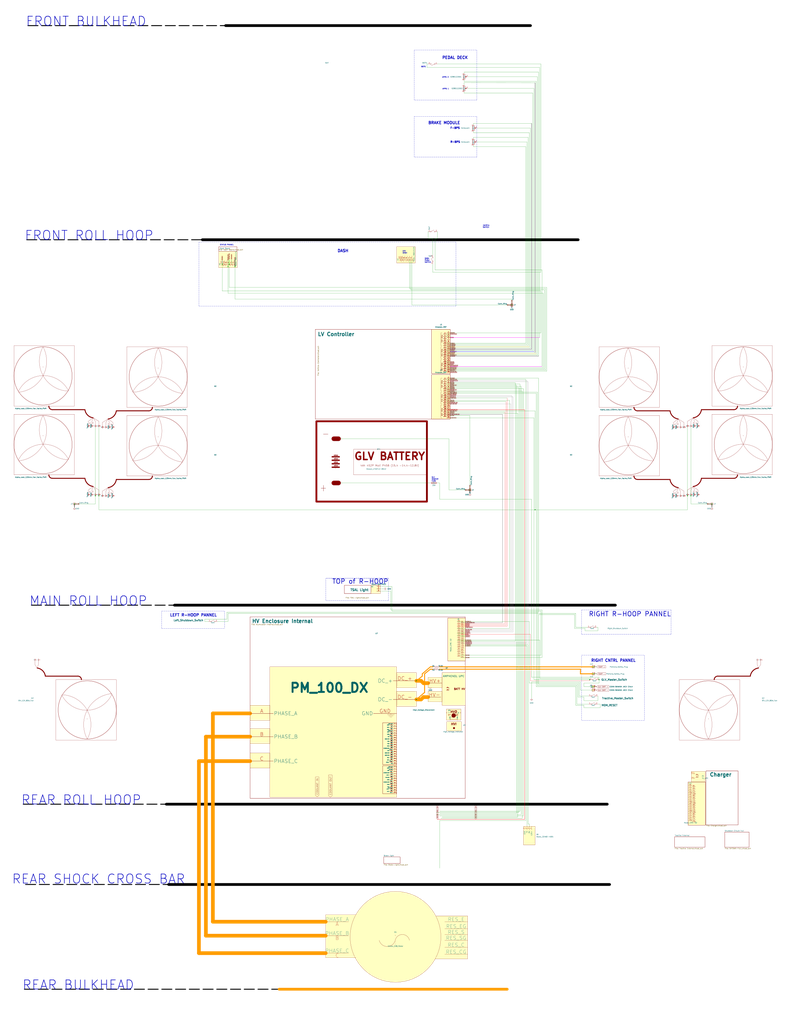
<source format=kicad_sch>
(kicad_sch (version 20211123) (generator eeschema)
  (paper "E" portrait)
  (junction (at 647.7 749.3))
  (junction (at 454.66 742.95))
  (junction (at 558.8 332.74))
  (junction (at 750.57 541.02))
  (junction (at 777.24 549.91))
  (junction (at 584.2 556.26))
  (junction (at 104.14 541.02))
  (junction (at 107.95 541.02))
  (junction (at 643.89 741.68))
  (junction (at 647.7 727.71))
  (junction (at 250.19 288.29))
  (junction (at 513.08 534.67))
  (junction (at 248.92 290.83))
  (junction (at 754.38 541.02))
  (junction (at 242.57 288.29))
  (junction (at 81.28 549.91))
  (junction (at 647.7 735.33))
  (junction (at 256.54 290.83))
  (junction (at 654.05 741.68))
  (junction (at 454.66 763.27))
  (wire (pts (xy 553.72 683.26) (xy 553.72 434.34)) (stroke (width 0) (color 255 0 0 1)))
  (wire (pts (xy 491.49 417.83) (xy 562.61 417.83)))
  (wire (pts (xy 480.06 544.83) (xy 580.39 544.83)))
  (wire (pts (xy 487.68 431.8) (xy 558.8 431.8)) (stroke (width 0) (color 132 132 132 1)))
  (wire (pts (xy 638.81 685.8) (xy 638.81 688.34)))
  (wire (pts (xy 558.8 332.74) (xy 558.8 326.39)))
  (wire (pts (xy 637.54 749.3) (xy 647.7 749.3)))
  (wire (pts (xy 454.66 742.95) (xy 461.01 737.87)) (stroke (width 1) (color 255 153 0 1)))
  (wire (pts (xy 513.08 534.67) (xy 513.08 538.48)) (stroke (width 0.4) (color 0 0 0 1)))
  (wire (pts (xy 652.78 759.46) (xy 652.78 764.54)))
  (wire (pts (xy 584.2 556.26) (xy 750.57 556.26)))
  (wire (pts (xy 502.92 694.69) (xy 508 694.69)))
  (wire (pts (xy 652.78 764.54) (xy 637.54 764.54)))
  (wire (pts (xy 633.73 735.33) (xy 647.7 735.33)) (stroke (width 1) (color 255 153 0 1)))
  (polyline (pts (xy 520.7 171.45) (xy 452.12 171.45)))
  (wire (pts (xy 593.09 401.32) (xy 593.09 320.04)))
  (wire (pts (xy 594.36 402.59) (xy 594.36 316.23)))
  (polyline (pts (xy 520.7 109.22) (xy 452.12 109.22)))
  (wire (pts (xy 557.53 687.07) (xy 557.53 440.69)) (stroke (width 0) (color 132 132 132 1)))
  (wire (pts (xy 474.98 260.35) (xy 474.98 294.64)))
  (wire (pts (xy 461.01 737.87) (xy 461.01 735.33)) (stroke (width 1) (color 255 153 0 1)))
  (polyline (pts (xy 452.12 54.61) (xy 520.7 54.61)))
  (wire (pts (xy 466.09 69.85) (xy 466.09 73.66)))
  (wire (pts (xy 580.39 739.14) (xy 654.05 739.14)))
  (wire (pts (xy 552.45 438.15) (xy 491.49 438.15)))
  (wire (pts (xy 588.01 412.75) (xy 588.01 668.02)))
  (wire (pts (xy 256.54 326.39) (xy 256.54 290.83)))
  (wire (pts (xy 448.31 316.23) (xy 448.31 285.75)))
  (wire (pts (xy 643.89 740.41) (xy 643.89 741.68)))
  (wire (pts (xy 584.2 384.81) (xy 584.14 90.25)) (stroke (width 0.25) (color 0 0 0 1)))
  (wire (pts (xy 551.18 449.58) (xy 551.18 680.72)) (stroke (width 0) (color 255 0 0 1)))
  (wire (pts (xy 247.65 668.02) (xy 247.65 675.64)))
  (wire (pts (xy 467.36 69.85) (xy 466.09 69.85)))
  (wire (pts (xy 591.82 665.48) (xy 426.72 665.48)))
  (wire (pts (xy 575.31 415.29) (xy 575.31 701.04)) (stroke (width 0) (color 132 132 132 1)))
  (wire (pts (xy 472.44 288.29) (xy 472.44 297.18)))
  (wire (pts (xy 651.51 735.33) (xy 647.7 735.33)))
  (polyline (pts (xy 217.17 334.01) (xy 217.17 264.16)))
  (wire (pts (xy 633.73 744.22) (xy 580.39 744.22)))
  (wire (pts (xy 491.49 401.32) (xy 593.09 401.32)))
  (wire (pts (xy 575.31 375.92) (xy 491.49 375.92)))
  (polyline (pts (xy 176.53 685.8) (xy 245.11 685.8)))
  (wire (pts (xy 472.44 260.35) (xy 467.36 260.35)))
  (wire (pts (xy 499.11 698.5) (xy 589.28 698.5)))
  (wire (pts (xy 631.19 760.73) (xy 631.19 746.76)))
  (wire (pts (xy 487.68 452.12) (xy 548.64 452.12)) (stroke (width 0) (color 0 0 0 1)))
  (wire (pts (xy 655.32 772.16) (xy 637.54 772.16)))
  (wire (pts (xy 449.58 283.21) (xy 449.58 332.74)))
  (polyline (pts (xy 184.15 965.2) (xy 665.48 965.2)) (stroke (width 3) (type solid) (color 0 0 0 1)))
  (wire (pts (xy 576.58 377.19) (xy 576.58 149.86)))
  (wire (pts (xy 574.04 160.02) (xy 516.89 160.02)))
  (polyline (pts (xy 732.79 665.48) (xy 732.79 692.15)))
  (wire (pts (xy 585.47 386.08) (xy 491.49 386.08)) (stroke (width 0.25) (color 194 194 0 1)))
  (wire (pts (xy 104.14 541.02) (xy 104.14 549.91)))
  (wire (pts (xy 637.54 764.54) (xy 637.54 760.73)))
  (polyline (pts (xy 520.7 54.61) (xy 520.7 109.22)))
  (polyline (pts (xy 355.6 655.32) (xy 355.6 631.19)))
  (wire (pts (xy 107.95 466.09) (xy 107.95 541.02)))
  (polyline (pts (xy 635 665.48) (xy 732.79 665.48)))
  (wire (pts (xy 242.57 317.5) (xy 242.57 288.29)))
  (wire (pts (xy 571.5 890.27) (xy 571.5 424.18)))
  (polyline (pts (xy 29.21 261.62) (xy 510.54 261.62)) (stroke (width 1) (type dash) (color 0 0 0 1)))
  (wire (pts (xy 582.93 383.54) (xy 491.49 383.54)) (stroke (width 0.25) (color 0 0 255 1)))
  (wire (pts (xy 586.74 427.99) (xy 491.49 427.99)))
  (wire (pts (xy 491.49 422.91) (xy 566.42 422.91)))
  (wire (pts (xy 491.49 397.51) (xy 487.68 397.51)))
  (wire (pts (xy 480.06 527.05) (xy 480.06 544.83)))
  (polyline (pts (xy 26.67 1079.5) (xy 508 1079.5)) (stroke (width 1) (type dash) (color 0 0 0 1)))
  (wire (pts (xy 499.11 688.34) (xy 558.8 688.34)) (stroke (width 0) (color 132 132 132 1)))
  (wire (pts (xy 490.22 534.67) (xy 513.08 534.67)))
  (polyline (pts (xy 424.18 631.19) (xy 355.6 631.19)))
  (wire (pts (xy 459.74 763.27) (xy 462.28 760.73)) (stroke (width 4) (color 255 153 0 1)))
  (polyline (pts (xy 635 786.13) (xy 635 715.01)))
  (wire (pts (xy 568.96 421.64) (xy 568.96 889)))
  (wire (pts (xy 590.55 297.18) (xy 472.44 297.18)))
  (wire (pts (xy 502.92 692.15) (xy 579.12 692.15)) (stroke (width 0) (color 255 0 0 1)))
  (wire (pts (xy 548.64 452.12) (xy 548.64 679.45)) (stroke (width 0) (color 0 0 0 1)))
  (wire (pts (xy 491.49 439.42) (xy 487.68 439.42)))
  (wire (pts (xy 563.88 887.73) (xy 480.06 887.73)))
  (wire (pts (xy 558.8 688.34) (xy 558.8 431.8)) (stroke (width 0) (color 132 132 132 1)))
  (wire (pts (xy 256.54 290.83) (xy 256.54 283.21)))
  (wire (pts (xy 491.49 420.37) (xy 563.88 420.37)))
  (wire (pts (xy 567.69 885.19) (xy 567.69 419.1)))
  (wire (pts (xy 250.19 288.29) (xy 250.19 313.69)))
  (wire (pts (xy 480.06 895.35) (xy 574.04 895.35)))
  (wire (pts (xy 579.12 692.15) (xy 579.12 742.95)) (stroke (width 0) (color 255 0 0 1)))
  (wire (pts (xy 355.6 1040.13) (xy 217.17 1040.13)) (stroke (width 4) (color 255 153 0 1)))
  (wire (pts (xy 582.93 741.68) (xy 643.89 741.68)))
  (wire (pts (xy 576.58 703.58) (xy 576.58 899.16)))
  (wire (pts (xy 508 690.88) (xy 499.11 690.88)))
  (wire (pts (xy 520.7 139.7) (xy 579.12 139.7)))
  (wire (pts (xy 595.63 314.96) (xy 447.04 314.96)))
  (wire (pts (xy 104.14 466.09) (xy 104.14 541.02)))
  (wire (pts (xy 575.31 154.94) (xy 575.31 375.92)))
  (polyline (pts (xy 30.48 27.94) (xy 511.81 27.94)) (stroke (width 1) (type dash) (color 0 0 0 1)))
  (wire (pts (xy 454.66 742.95) (xy 459.74 742.95)) (stroke (width 4) (color 255 153 0 1)))
  (wire (pts (xy 426.72 665.48) (xy 426.72 645.16)))
  (wire (pts (xy 355.6 1005.84) (xy 232.41 1005.84)) (stroke (width 4) (color 255 153 0 1)))
  (wire (pts (xy 480.06 895.35) (xy 480.06 947.42)))
  (wire (pts (xy 477.52 527.05) (xy 480.06 527.05)))
  (wire (pts (xy 591.82 665.48) (xy 591.82 717.55)))
  (wire (pts (xy 652.78 684.53) (xy 651.51 684.53)))
  (wire (pts (xy 426.72 645.16) (xy 415.29 645.16)))
  (wire (pts (xy 248.92 669.29) (xy 248.92 678.18)))
  (wire (pts (xy 627.38 685.8) (xy 638.81 685.8)))
  (wire (pts (xy 502.92 689.61) (xy 560.07 689.61)) (stroke (width 0) (color 132 132 132 1)))
  (wire (pts (xy 242.57 284.48) (xy 242.57 288.29)) (stroke (width 0.25) (color 0 194 194 1)))
  (wire (pts (xy 510.54 83.82) (xy 586.74 83.82)))
  (wire (pts (xy 447.04 283.21) (xy 447.04 314.96)))
  (wire (pts (xy 491.49 455.93) (xy 582.93 455.93)))
  (wire (pts (xy 491.49 400.05) (xy 591.82 400.05)) (stroke (width 0.25) (color 255 0 255 1)))
  (wire (pts (xy 586.74 427.99) (xy 586.74 748.03)))
  (wire (pts (xy 491.49 412.75) (xy 588.01 412.75)))
  (wire (pts (xy 502.92 687.07) (xy 557.53 687.07)) (stroke (width 0) (color 132 132 132 1)))
  (polyline (pts (xy 176.53 666.75) (xy 245.11 666.75)))
  (wire (pts (xy 575.31 704.85) (xy 508 704.85)))
  (wire (pts (xy 499.11 680.72) (xy 551.18 680.72)) (stroke (width 0) (color 255 0 0 1)))
  (wire (pts (xy 574.04 374.65) (xy 574.04 160.02)))
  (wire (pts (xy 487.68 377.19) (xy 576.58 377.19)))
  (wire (pts (xy 502.92 715.01) (xy 590.55 715.01)))
  (wire (pts (xy 499.11 683.26) (xy 553.72 683.26)) (stroke (width 0) (color 255 0 0 1)))
  (wire (pts (xy 520.7 154.94) (xy 575.31 154.94)))
  (wire (pts (xy 637.54 745.49) (xy 654.05 745.49)))
  (wire (pts (xy 552.45 681.99) (xy 552.45 438.15)) (stroke (width 0) (color 255 0 0 1)))
  (wire (pts (xy 628.65 769.62) (xy 628.65 749.3)))
  (wire (pts (xy 461.01 735.33) (xy 469.9 727.71)) (stroke (width 1) (color 255 153 0 1)))
  (wire (pts (xy 750.57 541.02) (xy 750.57 556.26)))
  (wire (pts (xy 462.28 760.73) (xy 467.36 760.73)) (stroke (width 4) (color 255 153 0 1)))
  (wire (pts (xy 474.98 260.35) (xy 477.52 260.35)))
  (wire (pts (xy 591.82 294.64) (xy 474.98 294.64)))
  (wire (pts (xy 487.68 405.13) (xy 596.9 405.13)))
  (wire (pts (xy 487.68 421.64) (xy 568.96 421.64)))
  (wire (pts (xy 223.52 678.18) (xy 227.33 678.18)))
  (polyline (pts (xy 181.61 877.57) (xy 662.94 877.57)) (stroke (width 3) (type solid) (color 0 0 0 1)))
  (wire (pts (xy 633.73 730.25) (xy 633.73 735.33)) (stroke (width 1) (color 255 153 0 1)))
  (wire (pts (xy 595.63 314.96) (xy 595.63 403.86)))
  (wire (pts (xy 588.01 388.62) (xy 491.49 388.62)) (stroke (width 0.25) (color 0 0 0 1)))
  (wire (pts (xy 643.89 740.41) (xy 589.28 740.41)))
  (wire (pts (xy 506.73 101.6) (xy 506.73 100.33)))
  (wire (pts (xy 584.2 448.31) (xy 584.2 556.26)))
  (wire (pts (xy 590.55 666.75) (xy 427.99 666.75)))
  (wire (pts (xy 516.89 149.86) (xy 516.89 151.13)))
  (wire (pts (xy 502.92 717.55) (xy 591.82 717.55)))
  (wire (pts (xy 223.52 675.64) (xy 223.52 678.18)))
  (wire (pts (xy 594.36 316.23) (xy 448.31 316.23)))
  (wire (pts (xy 491.49 381) (xy 580.39 381)) (stroke (width 0.25) (color 0 0 0 1)))
  (wire (pts (xy 638.81 688.34) (xy 652.78 688.34)))
  (wire (pts (xy 516.89 144.78) (xy 516.89 143.51)))
  (wire (pts (xy 590.55 69.85) (xy 590.55 297.18)))
  (wire (pts (xy 593.09 320.04) (xy 248.92 320.04)))
  (wire (pts (xy 491.49 363.22) (xy 590.55 363.22)))
  (wire (pts (xy 487.68 374.65) (xy 574.04 374.65)))
  (polyline (pts (xy 452.12 127) (xy 520.7 127)))
  (polyline (pts (xy 635 715.01) (xy 703.58 715.01)))
  (wire (pts (xy 487.68 419.1) (xy 567.69 419.1)))
  (wire (pts (xy 651.51 749.3) (xy 647.7 749.3)))
  (wire (pts (xy 491.49 394.97) (xy 487.68 394.97)))
  (wire (pts (xy 596.9 313.69) (xy 250.19 313.69)))
  (wire (pts (xy 576.58 702.31) (xy 576.58 416.56)) (stroke (width 0) (color 132 132 132 1)))
  (wire (pts (xy 502.92 699.77) (xy 562.61 699.77)))
  (wire (pts (xy 508 693.42) (xy 499.11 693.42)))
  (wire (pts (xy 556.26 436.88) (xy 556.26 685.8)))
  (wire (pts (xy 487.68 449.58) (xy 551.18 449.58)))
  (wire (pts (xy 487.68 384.81) (xy 584.2 384.81)))
  (wire (pts (xy 491.49 453.39) (xy 513.08 453.39)))
  (wire (pts (xy 777.24 549.91) (xy 777.24 553.72)) (stroke (width 0.4) (color 0 0 0 1)))
  (wire (pts (xy 584.14 90.25) (xy 506.73 90.17)))
  (wire (pts (xy 565.15 450.85) (xy 565.15 891.54)))
  (wire (pts (xy 637.54 769.62) (xy 628.65 769.62)))
  (wire (pts (xy 557.53 440.69) (xy 491.49 440.69)) (stroke (width 0) (color 132 132 132 1)))
  (wire (pts (xy 628.65 749.3) (xy 585.47 749.3)))
  (wire (pts (xy 581.66 101.6) (xy 581.66 382.27)))
  (polyline (pts (xy 176.53 685.8) (xy 176.53 666.75)))
  (wire (pts (xy 487.68 387.35) (xy 586.74 387.35)))
  (polyline (pts (xy 25.4 877.57) (xy 506.73 877.57)) (stroke (width 1) (type dash) (color 0 0 0 1)))
  (wire (pts (xy 490.22 478.79) (xy 490.22 534.67)))
  (wire (pts (xy 516.89 144.78) (xy 577.85 144.78)))
  (wire (pts (xy 467.36 260.35) (xy 467.36 252.73)))
  (wire (pts (xy 477.52 260.35) (xy 477.52 252.73)))
  (wire (pts (xy 580.39 544.83) (xy 580.39 739.14)))
  (wire (pts (xy 487.68 402.59) (xy 594.36 402.59)))
  (wire (pts (xy 487.68 424.18) (xy 571.5 424.18)))
  (wire (pts (xy 502.92 679.45) (xy 548.64 679.45)) (stroke (width 0) (color 0 0 0 1)))
  (wire (pts (xy 415.29 642.62) (xy 419.1 642.62)))
  (wire (pts (xy 582.93 455.93) (xy 582.93 741.68)))
  (wire (pts (xy 256.54 283.21) (xy 256.54 290.83)) (stroke (width 0.5) (color 0 0 0 1)))
  (wire (pts (xy 560.07 433.07) (xy 560.07 689.61)) (stroke (width 0) (color 132 132 132 1)))
  (wire (pts (xy 590.55 69.85) (xy 477.52 69.85)))
  (wire (pts (xy 248.92 669.29) (xy 628.65 669.29)))
  (wire (pts (xy 491.49 378.46) (xy 577.85 378.46)) (stroke (width 0.25) (color 194 194 0 1)))
  (wire (pts (xy 586.74 83.82) (xy 586.74 387.35)))
  (wire (pts (xy 566.42 422.91) (xy 566.42 886.46)))
  (wire (pts (xy 568.96 889) (xy 476.25 889)))
  (wire (pts (xy 491.49 364.49) (xy 487.68 364.49)))
  (wire (pts (xy 588.01 78.74) (xy 588.01 388.62)))
  (polyline (pts (xy 245.11 666.75) (xy 245.11 685.8)))
  (wire (pts (xy 589.28 368.3) (xy 491.49 368.3)) (stroke (width 0.25) (color 255 0 255 1)))
  (wire (pts (xy 631.19 746.76) (xy 588.01 746.76)))
  (wire (pts (xy 247.65 675.64) (xy 223.52 675.64)))
  (wire (pts (xy 629.92 768.35) (xy 629.92 748.03)))
  (wire (pts (xy 754.38 541.02) (xy 754.38 549.91)))
  (wire (pts (xy 217.17 1040.13) (xy 217.17 830.58)) (stroke (width 4) (color 255 153 0 1)))
  (polyline (pts (xy 452.12 109.22) (xy 452.12 54.61)))
  (polyline (pts (xy 424.18 655.32) (xy 355.6 655.32)))
  (polyline (pts (xy 34.29 660.4) (xy 515.62 660.4)) (stroke (width 1) (type dash) (color 0 0 0 1)))
  (wire (pts (xy 516.89 160.02) (xy 516.89 158.75)))
  (wire (pts (xy 499.11 701.04) (xy 575.31 701.04)) (stroke (width 0) (color 132 132 132 1)))
  (wire (pts (xy 491.49 415.29) (xy 575.31 415.29)) (stroke (width 0) (color 132 132 132 1)))
  (wire (pts (xy 355.6 1021.08) (xy 224.79 1021.08)) (stroke (width 4) (color 255 153 0 1)))
  (wire (pts (xy 633.73 753.11) (xy 647.7 753.11)))
  (polyline (pts (xy 424.18 655.32) (xy 424.18 631.19)))
  (wire (pts (xy 104.14 549.91) (xy 81.28 549.91)))
  (wire (pts (xy 574.04 414.02) (xy 574.04 895.35)))
  (wire (pts (xy 637.54 760.73) (xy 631.19 760.73)))
  (wire (pts (xy 480.06 727.71) (xy 647.7 727.71)) (stroke (width 1) (color 255 153 0 1)))
  (polyline (pts (xy 190.5 660.4) (xy 671.83 660.4)) (stroke (width 3) (type solid) (color 0 0 0 1)))
  (wire (pts (xy 570.23 426.72) (xy 570.23 892.81)))
  (wire (pts (xy 577.85 901.7) (xy 577.85 899.16)))
  (wire (pts (xy 427.99 666.75) (xy 427.99 640.08)))
  (wire (pts (xy 463.55 755.65) (xy 454.66 763.27)) (stroke (width 1) (color 255 153 0 1)))
  (wire (pts (xy 582.93 96.52) (xy 510.54 96.52)))
  (wire (pts (xy 472.44 278.13) (xy 472.44 260.35)))
  (wire (pts (xy 480.06 885.19) (xy 567.69 885.19)))
  (wire (pts (xy 487.68 434.34) (xy 553.72 434.34)))
  (polyline (pts (xy 217.17 264.16) (xy 497.84 264.16)))
  (wire (pts (xy 579.12 742.95) (xy 643.89 742.95)) (stroke (width 0) (color 255 0 0 1)))
  (wire (pts (xy 637.54 772.16) (xy 637.54 769.62)))
  (wire (pts (xy 580.44 134.62) (xy 580.39 381)) (stroke (width 0.25) (color 0 0 0 1)))
  (wire (pts (xy 632.46 759.46) (xy 632.46 745.49)))
  (polyline (pts (xy 27.94 965.2) (xy 509.27 965.2)) (stroke (width 1) (type dash) (color 0 0 0 1)))
  (wire (pts (xy 585.47 88.9) (xy 585.47 386.08)))
  (wire (pts (xy 647.7 727.71) (xy 651.51 727.71)))
  (wire (pts (xy 506.73 90.17) (xy 506.73 92.71)))
  (wire (pts (xy 754.38 466.09) (xy 754.38 541.02)))
  (polyline (pts (xy 635 692.15) (xy 732.79 692.15)))
  (wire (pts (xy 472.44 730.25) (xy 469.9 730.25)) (stroke (width 1) (color 255 153 0 1)))
  (wire (pts (xy 462.28 745.49) (xy 467.36 745.49)) (stroke (width 4) (color 255 153 0 1)))
  (wire (pts (xy 627.38 670.56) (xy 627.38 685.8)))
  (wire (pts (xy 516.89 134.62) (xy 516.89 135.89)))
  (wire (pts (xy 107.95 541.02) (xy 107.95 556.26)))
  (wire (pts (xy 579.12 139.7) (xy 579.12 379.73)))
  (wire (pts (xy 589.28 73.66) (xy 589.28 368.3)))
  (wire (pts (xy 502.92 681.99) (xy 552.45 681.99)) (stroke (width 0) (color 255 0 0 1)))
  (wire (pts (xy 248.92 678.18) (xy 237.49 678.18)))
  (wire (pts (xy 590.55 317.5) (xy 242.57 317.5)))
  (wire (pts (xy 577.85 678.18) (xy 577.85 745.49)))
  (wire (pts (xy 232.41 778.51) (xy 273.05 778.51)) (stroke (width 4) (color 255 153 0 1)))
  (wire (pts (xy 566.42 886.46) (xy 476.25 886.46)))
  (wire (pts (xy 107.95 556.26) (xy 584.2 556.26)))
  (wire (pts (xy 487.68 379.73) (xy 579.12 379.73)))
  (polyline (pts (xy 304.8 1079.5) (xy 553.72 1079.5)) (stroke (width 3) (type solid) (color 255 153 0 1)))
  (polyline (pts (xy 246.38 27.94) (xy 579.12 27.94)) (stroke (width 3) (type solid) (color 0 0 0 1)))
  (wire (pts (xy 252.73 283.21) (xy 252.73 288.29)))
  (wire (pts (xy 641.35 684.53) (xy 628.65 684.53)))
  (wire (pts (xy 642.62 759.46) (xy 632.46 759.46)))
  (wire (pts (xy 491.49 367.03) (xy 487.68 367.03)))
  (wire (pts (xy 372.11 478.79) (xy 490.22 478.79)))
  (wire (pts (xy 628.65 684.53) (xy 628.65 669.29)))
  (wire (pts (xy 588.01 78.74) (xy 506.73 78.74)))
  (wire (pts (xy 558.8 326.39) (xy 256.54 326.39)))
  (wire (pts (xy 516.89 134.62) (xy 580.44 134.62)))
  (polyline (pts (xy 497.84 264.16) (xy 497.84 334.01)))
  (wire (pts (xy 633.73 744.22) (xy 633.73 753.11)))
  (wire (pts (xy 632.46 745.49) (xy 577.85 745.49)))
  (wire (pts (xy 577.85 144.78) (xy 577.85 378.46)))
  (wire (pts (xy 581.66 101.6) (xy 506.73 101.6)))
  (wire (pts (xy 570.23 892.81) (xy 481.33 892.81)))
  (wire (pts (xy 654.05 745.49) (xy 654.05 741.68)))
  (wire (pts (xy 637.54 749.3) (xy 637.54 745.49)))
  (wire (pts (xy 576.58 899.16) (xy 577.85 899.16)))
  (wire (pts (xy 427.99 640.08) (xy 415.29 640.08)))
  (wire (pts (xy 250.19 283.21) (xy 250.19 288.29)) (stroke (width 0.25) (color 0 255 0 1)))
  (wire (pts (xy 499.11 678.18) (xy 577.85 678.18)))
  (wire (pts (xy 506.73 88.9) (xy 585.47 88.9)))
  (wire (pts (xy 480.06 730.25) (xy 633.73 730.25)) (stroke (width 1) (color 255 153 0 1)))
  (wire (pts (xy 588.01 670.56) (xy 588.01 746.76)))
  (wire (pts (xy 491.49 433.07) (xy 560.07 433.07)) (stroke (width 0) (color 132 132 132 1)))
  (wire (pts (xy 655.32 768.35) (xy 655.32 772.16)))
  (wire (pts (xy 588.01 670.56) (xy 627.38 670.56)))
  (wire (pts (xy 463.55 735.33) (xy 463.55 755.65)) (stroke (width 1) (color 255 153 0 1)))
  (wire (pts (xy 372.11 527.05) (xy 469.9 527.05)))
  (wire (pts (xy 591.82 400.05) (xy 591.82 294.64)))
  (wire (pts (xy 643.89 741.68) (xy 643.89 742.95)) (stroke (width 0) (color 255 0 0 1)))
  (polyline (pts (xy 703.58 786.13) (xy 635 786.13)))
  (wire (pts (xy 582.93 96.52) (xy 582.93 383.54)))
  (wire (pts (xy 487.68 416.56) (xy 576.58 416.56)) (stroke (width 0) (color 132 132 132 1)))
  (wire (pts (xy 589.28 740.41) (xy 589.28 698.5)))
  (wire (pts (xy 232.41 1005.84) (xy 232.41 778.51)) (stroke (width 4) (color 255 153 0 1)))
  (wire (pts (xy 491.49 450.85) (xy 565.15 450.85)))
  (wire (pts (xy 652.78 768.35) (xy 655.32 768.35)))
  (wire (pts (xy 562.61 417.83) (xy 562.61 699.77)))
  (polyline (pts (xy 635 665.48) (xy 635 692.15)))
  (wire (pts (xy 491.49 400.05) (xy 487.68 400.05)))
  (polyline (pts (xy 452.12 171.45) (xy 452.12 127)))
  (wire (pts (xy 580.39 744.22) (xy 580.39 762)))
  (polyline (pts (xy 424.18 631.19) (xy 355.6 631.19)))
  (wire (pts (xy 449.58 332.74) (xy 558.8 332.74)))
  (wire (pts (xy 248.92 290.83) (xy 248.92 320.04)))
  (wire (pts (xy 487.68 382.27) (xy 581.66 382.27)))
  (wire (pts (xy 466.09 73.66) (xy 589.28 73.66)))
  (wire (pts (xy 585.47 429.26) (xy 487.68 429.26)))
  (wire (pts (xy 487.68 414.02) (xy 574.04 414.02)))
  (wire (pts (xy 482.6 891.54) (xy 565.15 891.54)))
  (wire (pts (xy 502.92 702.31) (xy 576.58 702.31)) (stroke (width 0) (color 132 132 132 1)))
  (wire (pts (xy 487.68 426.72) (xy 570.23 426.72)))
  (wire (pts (xy 506.73 87.63) (xy 506.73 88.9)))
  (wire (pts (xy 586.74 748.03) (xy 629.92 748.03)))
  (polyline (pts (xy 520.7 127) (xy 520.7 171.45)))
  (polyline (pts (xy 220.98 261.62) (xy 631.19 261.62)) (stroke (width 3) (type solid) (color 0 0 0 1)))
  (wire (pts (xy 654.05 739.14) (xy 654.05 741.68)))
  (wire (pts (xy 754.38 549.91) (xy 777.24 549.91)))
  (wire (pts (xy 513.08 453.39) (xy 513.08 534.67)))
  (wire (pts (xy 590.55 666.75) (xy 590.55 715.01)))
  (wire (pts (xy 563.88 420.37) (xy 563.88 887.73)))
  (wire (pts (xy 487.68 447.04) (xy 572.77 447.04)) (stroke (width 0.25) (color 255 0 0 1)))
  (wire (pts (xy 596.9 405.13) (xy 596.9 313.69)))
  (wire (pts (xy 459.74 763.27) (xy 454.66 763.27)) (stroke (width 4) (color 255 153 0 1)))
  (wire (pts (xy 248.92 284.48) (xy 248.92 290.83)))
  (wire (pts (xy 469.9 730.25) (xy 463.55 735.33)) (stroke (width 1) (color 255 153 0 1)))
  (wire (pts (xy 81.28 549.91) (xy 81.28 553.72)) (stroke (width 0.4) (color 0 0 0 1)))
  (wire (pts (xy 477.52 894.08) (xy 572.77 894.08)) (stroke (width 0.25) (color 255 0 0 1)))
  (polyline (pts (xy 703.58 715.01) (xy 703.58 786.13)))
  (wire (pts (xy 572.77 447.04) (xy 572.77 894.08)) (stroke (width 0.25) (color 255 0 0 1)))
  (wire (pts (xy 584.2 448.31) (xy 491.49 448.31)))
  (wire (pts (xy 642.62 768.35) (xy 629.92 768.35)))
  (polyline (pts (xy 497.84 334.01) (xy 217.17 334.01)))
  (wire (pts (xy 224.79 1021.08) (xy 224.79 803.91)) (stroke (width 4) (color 255 153 0 1)))
  (wire (pts (xy 247.65 668.02) (xy 588.01 668.02)))
  (wire (pts (xy 575.31 704.85) (xy 575.31 901.7)))
  (wire (pts (xy 224.79 803.91) (xy 273.05 803.91)) (stroke (width 4) (color 255 153 0 1)))
  (wire (pts (xy 652.78 688.34) (xy 652.78 684.53)))
  (wire (pts (xy 491.49 403.86) (xy 595.63 403.86)))
  (wire (pts (xy 508 703.58) (xy 576.58 703.58)))
  (wire (pts (xy 487.68 436.88) (xy 556.26 436.88)))
  (wire (pts (xy 459.74 742.95) (xy 462.28 745.49)) (stroke (width 4) (color 255 153 0 1)))
  (wire (pts (xy 469.9 727.71) (xy 472.44 727.71)) (stroke (width 1) (color 255 153 0 1)))
  (wire (pts (xy 480.06 890.27) (xy 571.5 890.27)))
  (wire (pts (xy 585.47 429.26) (xy 585.47 749.3)))
  (wire (pts (xy 499.11 685.8) (xy 556.26 685.8)))
  (wire (pts (xy 576.58 149.86) (xy 516.89 149.86)))
  (wire (pts (xy 590.55 317.5) (xy 590.55 363.22)))
  (wire (pts (xy 506.73 78.74) (xy 506.73 80.01)))
  (wire (pts (xy 217.17 830.58) (xy 273.05 830.58)) (stroke (width 4) (color 255 153 0 1)))
  (wire (pts (xy 750.57 466.09) (xy 750.57 541.02)))
  (text "REAR SHOCK CROSS BAR" (at 12.7 965.2 0) (effects (font (size 10 10) (thickness 0.6) bold) (justify left bottom)))
  (text "F-BPS" (at 491.49 140.97 0) (effects (font (size 2 2) (thickness 0.6) bold) (justify left bottom)))
  (text "DASH\nPUSH\nSWITCH" (at 463.55 287.02 0) (effects (font (size 1.27 1.27) (thickness 0.254) bold) (justify left bottom)))
  (text "AIM\nDASH" (at 439.42 276.86 0) (effects (font (size 1.27 1.27) (thickness 0.254) bold) (justify left bottom)))
  (text "BOTS" (at 459.74 73.66 0) (effects (font (size 1.27 1.27) (thickness 0.254) bold) (justify left bottom)))
  (text "REAR ROLL HOOP" (at 22.86 878.84 0) (effects (font (size 10 10) (thickness 0.6) bold) (justify left bottom)))
  (text "DASH" (at 368.3 275.59 0) (effects (font (size 3 3) (thickness 0.6) bold) (justify left bottom)))
  (text "TOP of R-HOOP" (at 424.18 637.54 180) (effects (font (size 5 5) (thickness 0.6) bold) (justify right bottom)))
  (text "APPS 1" (at 490.22 97.79 180) (effects (font (size 1.27 1.27) (thickness 0.254) bold) (justify right bottom)))
  (text "FRONT ROLL HOOP" (at 26.67 262.89 0) (effects (font (size 10 10) (thickness 0.6) bold) (justify left bottom)))
  (text "STATUS PANNEL" (at 240.03 267.97 0) (effects (font (size 1.27 1.27) (thickness 0.254) bold) (justify left bottom)))
  (text "RIGHT CNTRL PANNEL" (at 645.16 722.63 0) (effects (font (size 3 3) (thickness 0.6) bold) (justify left bottom)))
  (text "MAIN ROLL HOOP" (at 31.75 661.67 0) (effects (font (size 10 10) (thickness 0.6) bold) (justify left bottom)))
  (text "APPS 2" (at 482.6 85.09 0) (effects (font (size 1.27 1.27) (thickness 0.254) bold) (justify left bottom)))
  (text "R-BPS" (at 491.49 156.21 0) (effects (font (size 2 2) (thickness 0.6) bold) (justify left bottom)))
  (text "RIGHT R-HOOP PANNEL" (at 642.62 673.1 0) (effects (font (size 5 5) (thickness 0.6) bold) (justify left bottom)))
  (text "BRAKE MODULE" (at 467.36 135.89 0) (effects (font (size 3 3) (thickness 0.6) bold) (justify left bottom)))
  (text "PEDAL DECK" (at 482.6 64.77 0) (effects (font (size 3 3) (thickness 0.6) bold) (justify left bottom)))
  (text "FRONT BULKHEAD" (at 27.94 29.21 0) (effects (font (size 10 10) (thickness 0.6) bold) (justify left bottom)))
  (text "REAR BULKHEAD" (at 24.13 1080.77 0) (effects (font (size 10 10) (thickness 0.6) bold) (justify left bottom)))
  (text "INERTIA\nSWITCH" (at 527.05 248.92 0) (effects (font (size 1.27 1.27) (thickness 0.254) bold) (justify left bottom)))
  (text "GLV\nMASTER\nFUSE" (at 471.17 525.78 0) (effects (font (size 1.27 1.27) (thickness 0.254) bold) (justify left bottom)))
  (text "LEFT R-HOOP PANNEL" (at 185.42 673.1 0) (effects (font (size 3 3) (thickness 0.6) bold) (justify left bottom)))
  (global_label "PRECHARGE LED" (shape input) (at 508 702.31 0) (effects (font (size 0.5 0.5))) (property "Intersheet References" "${INTERSHEET_REFS}" (effects hide)))
  (global_label "BATT SOC SGNL" (shape input) (at 491.49 402.59 0) (effects (font (size 0.5 0.5))) (property "Intersheet References" "${INTERSHEET_REFS}" (effects hide)))
  (global_label "BATT SOC" (shape input) (at 491.49 417.83 0) (effects (font (size 0.5 0.5))) (property "Intersheet References" "${INTERSHEET_REFS}" (effects hide)))
  (global_label "BPPS SGNL OUT" (shape input) (at 491.49 425.45 0) (effects (font (size 0.5 0.5))) (property "Intersheet References" "${INTERSHEET_REFS}" (effects hide)))
  (global_label "MOTOR COOL TRGR" (shape input) (at 491.49 439.42 0) (effects (font (size 0.5 0.5))) (property "Intersheet References" "${INTERSHEET_REFS}" (effects hide)))
  (global_label "AMS CAN H" (shape input) (at 508 693.42 0) (effects (font (size 0.5 0.5))) (property "Intersheet References" "${INTERSHEET_REFS}" (effects hide)))
  (global_label "APPS2 SGNL IN" (shape input) (at 491.49 387.35 0) (effects (font (size 0.5 0.5))) (property "Intersheet References" "${INTERSHEET_REFS}" (effects hide)))
  (global_label "BPPS GND" (shape input) (at 491.49 424.18 0) (effects (font (size 0.5 0.5))) (property "Intersheet References" "${INTERSHEET_REFS}" (effects hide)))
  (global_label "IMD FAULT LED" (shape input) (at 250.19 283.21 90) (effects (font (size 0.5 0.5))) (property "Intersheet References" "${INTERSHEET_REFS}" (effects hide)))
  (global_label "CURRENT SGNL 5V" (shape input) (at 508 684.53 0) (effects (font (size 0.5 0.5))) (property "Intersheet References" "${INTERSHEET_REFS}" (effects hide)))
  (global_label "IMD FAULT LED" (shape input) (at 491.49 405.13 0) (effects (font (size 0.5 0.5))) (property "Intersheet References" "${INTERSHEET_REFS}" (effects hide)))
  (global_label "DASH 12V+" (shape input) (at 491.49 403.86 0) (effects (font (size 0.5 0.5))) (property "Intersheet References" "${INTERSHEET_REFS}" (effects hide)))
  (global_label "BPS SGNL" (shape input) (at 491.49 396.24 0) (effects (font (size 0.5 0.5))) (property "Intersheet References" "${INTERSHEET_REFS}" (effects hide)))
  (global_label "PRECHARGE LED" (shape input) (at 508 701.04 0) (effects (font (size 0.5 0.5))) (property "Intersheet References" "${INTERSHEET_REFS}" (effects hide)))
  (global_label "APPS2 5V" (shape input) (at 491.49 426.72 0) (effects (font (size 0.5 0.5))) (property "Intersheet References" "${INTERSHEET_REFS}" (effects hide)))
  (global_label "Start toggle OUT" (shape input) (at 491.49 429.26 0) (effects (font (size 0.5 0.5))) (property "Intersheet References" "${INTERSHEET_REFS}" (effects hide)))
  (global_label "BATT SOC SGNL" (shape input) (at 491.49 430.53 0) (effects (font (size 0.5 0.5))) (property "Intersheet References" "${INTERSHEET_REFS}" (effects hide)))
  (global_label "ON LED" (shape input) (at 491.49 416.56 0) (effects (font (size 0.5 0.5))) (property "Intersheet References" "${INTERSHEET_REFS}" (effects hide)))
  (global_label "GND" (shape input) (at 256.54 283.21 90) (effects (font (size 0.5 0.5))) (property "Intersheet References" "${INTERSHEET_REFS}" (effects hide)))
  (global_label "BPS GND" (shape input) (at 491.49 394.97 0) (effects (font (size 0.5 0.5))) (property "Intersheet References" "${INTERSHEET_REFS}" (effects hide)))
  (global_label "CHRGR SFTY" (shape input) (at 508 690.88 0) (effects (font (size 0.5 0.5))) (property "Intersheet References" "${INTERSHEET_REFS}" (effects hide)))
  (global_label "AMS FAULT" (shape input) (at 508 688.34 0) (effects (font (size 0.5 0.5))) (property "Intersheet References" "${INTERSHEET_REFS}" (effects hide)))
  (global_label "DASH SHUTDWN IN" (shape input) (at 491.49 400.05 0) (effects (font (size 0.5 0.5))) (property "Intersheet References" "${INTERSHEET_REFS}" (effects hide)))
  (global_label "PRE CHG LED ON" (shape input) (at 491.49 406.4 0) (effects (font (size 0.5 0.5))) (property "Intersheet References" "${INTERSHEET_REFS}" (effects hide)))
  (global_label "AMS 12V+" (shape input) (at 491.49 449.58 0) (effects (font (size 0.5 0.5))) (property "Intersheet References" "${INTERSHEET_REFS}" (effects hide)))
  (global_label "TSMP -" (shape input) (at 651.51 735.33 0) (property "Intersheet References" "${INTERSHEET_REFS}" (effects hide)))
  (global_label "RTDS SGNL" (shape input) (at 491.49 363.22 0) (effects (font (size 0.5 0.5))) (property "Intersheet References" "${INTERSHEET_REFS}" (effects hide)))
  (global_label "IMD FAULT" (shape input) (at 508 689.61 0) (effects (font (size 0.5 0.5))) (property "Intersheet References" "${INTERSHEET_REFS}" (effects hide)))
  (global_label "GLV GND" (shape input) (at 491.49 453.39 0) (effects (font (size 0.5 0.5))) (property "Intersheet References" "${INTERSHEET_REFS}" (effects hide)))
  (global_label "APPS 5V" (shape input) (at 491.49 419.1 0) (effects (font (size 0.5 0.5))) (property "Intersheet References" "${INTERSHEET_REFS}" (effects hide)))
  (global_label "BPPS 5V" (shape input) (at 491.49 421.64 0) (effects (font (size 0.5 0.5))) (property "Intersheet References" "${INTERSHEET_REFS}" (effects hide)))
  (global_label "APPS1 GND" (shape input) (at 491.49 384.81 0) (effects (font (size 0.5 0.5))) (property "Intersheet References" "${INTERSHEET_REFS}" (effects hide)))
  (global_label "E-METER RX" (shape input) (at 508 703.58 0) (effects (font (size 0.5 0.5))) (property "Intersheet References" "${INTERSHEET_REFS}" (effects hide)))
  (global_label "GLV SMP -" (shape input) (at 651.51 753.11 0) (property "Intersheet References" "${INTERSHEET_REFS}" (effects hide)))
  (global_label "TSMP +" (shape input) (at 651.51 727.71 0) (property "Intersheet References" "${INTERSHEET_REFS}" (effects hide)))
  (global_label "DASH SHUTDWN OUT" (shape input) (at 491.49 398.78 0) (effects (font (size 0.5 0.5))) (property "Intersheet References" "${INTERSHEET_REFS}" (effects hide)))
  (global_label "R-BPS GND" (shape input) (at 491.49 377.19 0) (effects (font (size 0.5 0.5))) (property "Intersheet References" "${INTERSHEET_REFS}" (effects hide)))
  (global_label "RTDS SGNL" (shape input) (at 242.57 284.48 90) (effects (font (size 0.5 0.5))) (property "Intersheet References" "${INTERSHEET_REFS}" (effects hide)))
  (global_label "COOLANT IN" (shape input) (at 346.3 869.5 90) (effects (font (size 2 2))) (property "Intersheet References" "${INTERSHEET_REFS}" (effects hide)))
  (global_label "COOLANT OUT" (shape input) (at 360.68 869.95 90) (effects (font (size 2 2))) (property "Intersheet References" "${INTERSHEET_REFS}" (effects hide)))
  (global_label "AMS FAULT LED" (shape input) (at 248.92 284.48 90) (effects (font (size 0.5 0.5))) (property "Intersheet References" "${INTERSHEET_REFS}" (effects hide)))
  (global_label "AMS CAN L" (shape input) (at 508 694.69 0) (effects (font (size 0.5 0.5))) (property "Intersheet References" "${INTERSHEET_REFS}" (effects hide)))
  (global_label "APPS2 GND" (shape input) (at 491.49 388.62 0) (effects (font (size 0.5 0.5))) (property "Intersheet References" "${INTERSHEET_REFS}" (effects hide)))
  (global_label "RTD ON LED OUT" (shape input) (at 491.49 364.49 0) (effects (font (size 0.5 0.5))) (property "Intersheet References" "${INTERSHEET_REFS}" (effects hide)))
  (global_label "HV BATT ENCLOSRE GND" (shape input) (at 508 679.45 0) (effects (font (size 0.5 0.5))) (property "Intersheet References" "${INTERSHEET_REFS}" (effects hide)))
  (global_label "R-BPS 5V" (shape input) (at 491.49 374.65 0) (effects (font (size 0.5 0.5))) (property "Intersheet References" "${INTERSHEET_REFS}" (effects hide)))
  (global_label "TSAL 12V" (shape input) (at 491.49 436.88 0) (effects (font (size 0.5 0.5))) (property "Intersheet References" "${INTERSHEET_REFS}" (effects hide)))
  (global_label "BPS 5V" (shape input) (at 491.49 397.51 0) (effects (font (size 0.5 0.5))) (property "Intersheet References" "${INTERSHEET_REFS}" (effects hide)))
  (global_label "APPS1 SGNL IN" (shape input) (at 491.49 383.54 0) (effects (font (size 0.5 0.5))) (property "Intersheet References" "${INTERSHEET_REFS}" (effects hide)))
  (global_label "RTD ON LED" (shape input) (at 252.73 283.21 90) (effects (font (size 0.5 0.5))) (property "Intersheet References" "${INTERSHEET_REFS}" (effects hide)))
  (global_label "MOTOR COOL 12V" (shape input) (at 477.52 894.08 90) (effects (font (size 1 1))) (property "Intersheet References" "${INTERSHEET_REFS}" (effects hide)))
  (global_label "BATT COOL 12V+" (shape input) (at 491.49 448.31 0) (effects (font (size 0.5 0.5))) (property "Intersheet References" "${INTERSHEET_REFS}" (effects hide)))
  (global_label "PreCHARGE ON LED" (shape input) (at 491.49 415.29 0) (effects (font (size 0.5 0.5))) (property "Intersheet References" "${INTERSHEET_REFS}" (effects hide)))
  (global_label "GLV BATT 12V+" (shape input) (at 491.49 455.93 0) (effects (font (size 0.5 0.5))) (property "Intersheet References" "${INTERSHEET_REFS}" (effects hide)))
  (global_label "R-BPS SGNL" (shape input) (at 491.49 379.73 0) (effects (font (size 0.5 0.5))) (property "Intersheet References" "${INTERSHEET_REFS}" (effects hide)))
  (global_label "R-BPS 5V" (shape input) (at 491.49 378.46 0) (effects (font (size 0.5 0.5))) (property "Intersheet References" "${INTERSHEET_REFS}" (effects hide)))
  (global_label "TSAL RED" (shape input) (at 508 715.01 0) (effects (font (size 0.5 0.5))) (property "Intersheet References" "${INTERSHEET_REFS}" (effects hide)))
  (global_label "MOTOR COOL 12V" (shape input) (at 519.43 894.08 90) (effects (font (size 1 1))) (property "Intersheet References" "${INTERSHEET_REFS}" (effects hide)))
  (global_label "APPS2 5V" (shape input) (at 491.49 386.08 0) (effects (font (size 0.5 0.5))) (property "Intersheet References" "${INTERSHEET_REFS}" (effects hide)))
  (global_label "IMD 12V+" (shape input) (at 491.49 438.15 0) (effects (font (size 0.5 0.5))) (property "Intersheet References" "${INTERSHEET_REFS}" (effects hide)))
  (global_label "CURRENT SGNL" (shape input) (at 491.49 434.34 0) (effects (font (size 0.5 0.5))) (property "Intersheet References" "${INTERSHEET_REFS}" (effects hide)))
  (global_label "GLV SMP +" (shape input) (at 651.51 749.3 0) (property "Intersheet References" "${INTERSHEET_REFS}" (effects hide)))
  (global_label "E-METER TX" (shape input) (at 508 704.85 0) (effects (font (size 0.5 0.5))) (property "Intersheet References" "${INTERSHEET_REFS}" (effects hide)))
  (global_label "AMS FAULT IN" (shape input) (at 491.49 431.8 0) (effects (font (size 0.5 0.5))) (property "Intersheet References" "${INTERSHEET_REFS}" (effects hide)))
  (global_label "APPS SGNL OUT" (shape input) (at 491.49 420.37 0) (effects (font (size 0.5 0.5))) (property "Intersheet References" "${INTERSHEET_REFS}" (effects hide)))
  (global_label "MOTOR COOL 12V+" (shape input) (at 491.49 447.04 0) (effects (font (size 0.5 0.5))) (property "Intersheet References" "${INTERSHEET_REFS}" (effects hide)))
  (global_label "AMS FAULT LED" (shape input) (at 491.49 401.32 0) (effects (font (size 0.5 0.5))) (property "Intersheet References" "${INTERSHEET_REFS}" (effects hide)))
  (global_label "HV BATT ENCLOSRE GND" (shape input) (at 491.49 452.12 0) (effects (font (size 0.5 0.5))) (property "Intersheet References" "${INTERSHEET_REFS}" (effects hide)))
  (global_label "IMD FAULT IN" (shape input) (at 491.49 433.07 0) (effects (font (size 0.5 0.5))) (property "Intersheet References" "${INTERSHEET_REFS}" (effects hide)))
  (global_label "SHUTDOWN IN" (shape input) (at 508 678.18 0) (effects (font (size 0.5 0.5))) (property "Intersheet References" "${INTERSHEET_REFS}" (effects hide)))
  (global_label "BATT COOL TRGR" (shape input) (at 508 687.07 0) (effects (font (size 0.5 0.5))) (property "Intersheet References" "${INTERSHEET_REFS}" (effects hide)))
  (global_label "MC 12V+" (shape input) (at 491.49 450.85 0) (effects (font (size 0.5 0.5))) (property "Intersheet References" "${INTERSHEET_REFS}" (effects hide)))
  (global_label "BRAKELIGHT PWR" (shape input) (at 491.49 414.02 0) (effects (font (size 0.5 0.5))) (property "Intersheet References" "${INTERSHEET_REFS}" (effects hide)))
  (global_label "APPS GND" (shape input) (at 491.49 422.91 0) (effects (font (size 0.5 0.5))) (property "Intersheet References" "${INTERSHEET_REFS}" (effects hide)))
  (global_label "R-BPS SGNL" (shape input) (at 491.49 375.92 0) (effects (font (size 0.5 0.5))) (property "Intersheet References" "${INTERSHEET_REFS}" (effects hide)))
  (global_label "BATT SOC SGNL" (shape input) (at 508 699.77 0) (effects (font (size 0.5 0.5))) (property "Intersheet References" "${INTERSHEET_REFS}" (effects hide)))
  (global_label "AMS 12V+" (shape input) (at 508 680.72 0) (effects (font (size 0.5 0.5))) (property "Intersheet References" "${INTERSHEET_REFS}" (effects hide)))
  (global_label "SHTDWN" (shape input) (at 491.49 368.3 0) (effects (font (size 0.5 0.5))) (property "Intersheet References" "${INTERSHEET_REFS}" (effects hide)))
  (global_label "TSAL GRN" (shape input) (at 508 717.55 0) (effects (font (size 0.5 0.5))) (property "Intersheet References" "${INTERSHEET_REFS}" (effects hide)))
  (global_label "TSAL 12V" (shape input) (at 508 683.26 0) (effects (font (size 0.5 0.5))) (property "Intersheet References" "${INTERSHEET_REFS}" (effects hide)))
  (global_label "IMD 12V+" (shape input) (at 508 681.99 0) (effects (font (size 0.5 0.5))) (property "Intersheet References" "${INTERSHEET_REFS}" (effects hide)))
  (global_label "BATT COOL TRGR" (shape input) (at 491.49 440.69 0) (effects (font (size 0.5 0.5))) (property "Intersheet References" "${INTERSHEET_REFS}" (effects hide)))
  (global_label "SHUTDOWN" (shape input) (at 491.49 412.75 0) (effects (font (size 0.5 0.5))) (property "Intersheet References" "${INTERSHEET_REFS}" (effects hide)))
  (global_label "APPS1 5V" (shape input) (at 491.49 382.27 0) (effects (font (size 0.5 0.5))) (property "Intersheet References" "${INTERSHEET_REFS}" (effects hide)))
  (global_label "R-BPS GND" (shape input) (at 491.49 381 0) (effects (font (size 0.5 0.5))) (property "Intersheet References" "${INTERSHEET_REFS}" (effects hide)))
  (global_label "E-METER 12V" (shape input) (at 508 698.5 0) (effects (font (size 0.5 0.5))) (property "Intersheet References" "${INTERSHEET_REFS}" (effects hide)))
  (global_label "DC-dc" (shape input) (at 508 692.15 0) (effects (font (size 0.5 0.5))) (property "Intersheet References" "${INTERSHEET_REFS}" (effects hide)))
  (global_label "START Toggle IN" (shape input) (at 491.49 427.99 0) (effects (font (size 0.5 0.5))) (property "Intersheet References" "${INTERSHEET_REFS}" (effects hide)))
  (symbol (lib_id "FSAE DMS-23 Components:Molex_39014031") (at 415.29 641.35 180) (unit 1)
    (property "Reference" "A?" (at 407.67 640.08 0) (effects (justify left)))
    (property "Value" "Molex_39014031" (at 421.64 637.54 0) (effects (justify left)))
  )
  (symbol (lib_id "Device:R_US") (at 476.25 730.25 90) (unit 1)
    (property "Reference" "R2" (at 473.25 731.25 90))
    (property "Value" "R15K" (at 481.25 731.25 90))
    (property "Footprint" "Resistor_THT:R_Axial_DIN0204_L3.6mm_D1.6mm_P5.08mm_Horizontal" (effects hide))
  )
  (symbol (lib_id "FSAE DMS-23 Components:9in_12V_80W_Fan") (at 773.43 774.7 180) (unit 1)
    (property "Reference" "M?" (at 831.85 761.9999 0) (effects (justify right)))
    (property "Value" "9in_12V_80W_Fan" (at 831.85 764.5399 0) (effects (justify right)))
    (property "Datasheet" "12V 80W 9\"" (effects hide))
  )
  (symbol (lib_name "Conn_Ring_1") (lib_id "FSAE DMS-23 Components:Conn_Ring") (at 558.8 327.66 270) (unit 1)
    (property "Reference" "J?" (at 558.8 334.645 0) (effects (justify left)))
    (property "Value" "Conn_Ring" (at 560.07 317.5 0) (effects (justify left)))
  )
  (symbol (lib_id "power:GND") (at 81.28 553.72 0) (mirror y) (unit 1)
    (property "Reference" "#PWR?" (effects hide))
    (property "Value" "GND" (at 84.455 554.99 0))
  )
  (symbol (lib_id "FSAE DMS-23 Components:Emrax_228_Motor") (at 431.8 1022.35 0) (unit 1)
    (property "Reference" "M1" (at 431.8 1017.27 0))
    (property "Value" "Emrax_228_Motor" (at 431.8 1032.51 0))
  )
  (symbol (lib_id "FSAE DMS-23 Components:Shorai_LFX07L2-BS12") (at 410.21 504.19 0) (unit 1)
    (property "Reference" "BT1" (at 415.29 490.22 0) (effects (justify right)))
    (property "Value" "Shorai_LFX07L2-BS12" (at 421.64 511.81 0) (effects (justify right)))
  )
  (symbol (lib_id "FSAE DMS-23 Components:Alpha_cool_120mm_Fan_Tacho_PWM") (at 172.72 486.41 0) (unit 1)
    (property "Reference" "M?" (at 233.68 496.4996 0) (effects (justify left)))
    (property "Value" "Alpha_cool_120mm_Fan_Tacho_PWM" (at 168.91 521.97 0) (effects (justify left)))
    (property "Datasheet" "Alphacool" (effects hide))
  )
  (symbol (lib_id "Device:R_Potentiometer") (at 506.73 96.52 0) (unit 1)
    (property "Reference" "RV?" (at 506.73 96.52 90))
    (property "Value" "0280122001" (at 499.11 96.52 0))
  )
  (symbol (lib_name "Conn_Ring_1") (lib_id "FSAE DMS-23 Components:Conn_Ring") (at 508 534.67 0) (unit 1)
    (property "Reference" "J?" (at 514.985 534.67 0) (effects (justify left)))
    (property "Value" "Conn_Ring" (at 497.84 533.4 0) (effects (justify left)))
  )
  (symbol (lib_id "FSAE DMS-23 Components:Molex_33482-4001") (at 574.04 901.7 270) (unit 1)
    (property "Reference" "A6" (at 585.47 910.5899 90) (effects (justify left)))
    (property "Value" "Molex_33482-4001" (at 585.47 913.1299 90) (effects (justify left)))
  )
  (symbol (lib_id "power:GND") (at 469.9 749.3 0) (unit 1)
    (property "Reference" "#PWR0101" (effects hide))
    (property "Value" "GND" (at 469.9 753.11 0))
  )
  (symbol (lib_name "Conn_Ring_1") (lib_id "FSAE DMS-23 Components:Conn_Ring") (at 553.72 332.74 0) (unit 1)
    (property "Reference" "J?" (at 560.705 332.74 0) (effects (justify left)))
    (property "Value" "Conn_Ring" (at 543.56 331.47 0) (effects (justify left)))
  )
  (symbol (lib_id "Device:R_Potentiometer") (at 506.73 83.82 0) (unit 1)
    (property "Reference" "RV?" (at 506.73 83.82 90))
    (property "Value" "0280122001" (at 497.84 83.82 0))
  )
  (symbol (lib_id "power:GND") (at 419.1 642.62 90) (unit 1)
    (property "Reference" "#PWR?" (effects hide))
    (property "Value" "GND" (at 422.91 642.6201 90) (effects (justify right)))
  )
  (symbol (lib_id "FSAE DMS-23 Components:Molex_39012125") (at 255.27 289.56 90) (unit 1)
    (property "Reference" "A5" (at 240.03 287.02 0) (effects (justify right)))
    (property "Value" "Molex_39012125" (at 257.81 274.32 0) (effects (justify right)))
  )
  (symbol (lib_id "FSAE DMS-23 Components:Molex_39012125") (at 449.58 284.48 90) (unit 1)
    (property "Reference" "A?" (at 434.34 281.94 0) (effects (justify right)))
    (property "Value" "Molex_39012125" (at 452.12 269.24 0) (effects (justify right)))
  )
  (symbol (lib_id "FSAE DMS-23 Components:Right_Shutdown_Switch") (at 646.43 684.53 0) (unit 1)
    (property "Reference" "SW5" (at 646.43 685.8 0))
    (property "Value" "Right_Shutdown_Switch" (at 674.37 685.8 0))
  )
  (symbol (lib_id "power:GND") (at 513.08 538.48 0) (unit 1)
    (property "Reference" "#PWR01" (effects hide))
    (property "Value" "GND" (at 509.905 539.75 0))
  )
  (symbol (lib_id "FSAE DMS-23 Components:Alpha_cool_120mm_Fan_Tacho_PWM") (at 685.8 486.41 0) (mirror y) (unit 1)
    (property "Reference" "M?" (at 624.84 496.4996 0) (effects (justify left)))
    (property "Value" "Alpha_cool_120mm_Fan_Tacho_PWM" (at 689.61 521.97 0) (effects (justify left)))
    (property "Datasheet" "Alphacool" (effects hide))
  )
  (symbol (lib_id "Device:R_Potentiometer") (at 516.89 139.7 0) (unit 1)
    (property "Reference" "RV?" (at 516.89 139.7 90))
    (property "Value" "Honeywell" (at 508 139.7 0))
  )
  (symbol (lib_name "Conn_Ring_1") (lib_id "FSAE DMS-23 Components:Conn_Ring") (at 772.16 549.91 0) (unit 1)
    (property "Reference" "J?" (at 779.145 549.91 0) (effects (justify left)))
    (property "Value" "Conn_Ring" (at 762 548.64 0) (effects (justify left)))
  )
  (symbol (lib_id "FSAE DMS-23 Components:Alpha_cool_120mm_Fan_Tacho_PWM") (at 685.8 411.48 0) (mirror y) (unit 1)
    (property "Reference" "M?" (at 624.84 421.5696 0) (effects (justify left)))
    (property "Value" "Alpha_cool_120mm_Fan_Tacho_PWM" (at 689.61 447.04 0) (effects (justify left)))
    (property "Datasheet" "Alphacool" (effects hide))
  )
  (symbol (lib_id "power:GND") (at 777.24 553.72 0) (unit 1)
    (property "Reference" "#PWR?" (effects hide))
    (property "Value" "GND" (at 774.065 554.99 0))
  )
  (symbol (lib_id "FSAE DMS-23 Components:Alpha_cool_120mm_Fan_Tacho_PWM") (at 811.53 410.21 0) (unit 1)
    (property "Reference" "M?" (at 872.49 420.2996 0) (effects (justify left)))
    (property "Value" "Alpha_cool_120mm_Fan_Tacho_PWM" (at 807.72 445.77 0) (effects (justify left)))
    (property "Datasheet" "Alphacool" (effects hide))
  )
  (symbol (lib_id "Device:R_US") (at 476.25 727.71 90) (unit 1)
    (property "Reference" "R1" (at 473.25 726.71 90))
    (property "Value" "R15K" (at 481.25 726.71 90))
    (property "Footprint" "Resistor_THT:R_Axial_DIN0204_L3.6mm_D1.6mm_P5.08mm_Horizontal" (effects hide))
  )
  (symbol (lib_id "FSAE DMS-23 Components:Alpha_cool_120mm_Fan_Tacho_PWM") (at 46.99 485.14 0) (mirror y) (unit 1)
    (property "Reference" "M?" (at -213.36 497.7696 0) (effects (justify left)))
    (property "Value" "Alpha_cool_120mm_Fan_Tacho_PWM" (at 50.8 520.7 0) (effects (justify left)))
    (property "Datasheet" "Alphacool" (effects hide))
  )
  (symbol (lib_id "power:GND") (at 558.8 332.74 0) (unit 1)
    (property "Reference" "#PWR03" (effects hide))
    (property "Value" "GND" (at 558.8 337.82 0))
  )
  (symbol (lib_id "FSAE DMS-23 Components:Pomona_Safety_Plug") (at 647.7 749.3 180) (unit 1)
    (property "Reference" "J5" (at 645.16 748.03 0))
    (property "Value" "CONN BANANA JACK Cinch" (at 678.18 749.3 0))
  )
  (symbol (lib_id "Device:R_Potentiometer") (at 516.89 154.94 0) (unit 1)
    (property "Reference" "RV?" (at 516.89 154.94 90))
    (property "Value" "Honeywell" (at 508 154.94 0))
  )
  (symbol (lib_id "power:GND") (at 580.39 762 0) (unit 1)
    (property "Reference" "#PWR0104" (effects hide))
    (property "Value" "GND" (at 580.39 767.08 0))
  )
  (symbol (lib_name "Conn_Ring_1") (lib_id "FSAE DMS-23 Components:Conn_Ring") (at 513.08 529.59 270) (unit 1)
    (property "Reference" "J?" (at 513.08 536.575 0) (effects (justify left)))
    (property "Value" "Conn_Ring" (at 514.35 519.43 0) (effects (justify left)))
  )
  (symbol (lib_id "FSAE DMS-23 Components:Alpha_cool_120mm_Fan_Tacho_PWM") (at 46.99 410.21 0) (mirror y) (unit 1)
    (property "Reference" "M?" (at -13.97 420.2996 0) (effects (justify left)))
    (property "Value" "Alpha_cool_120mm_Fan_Tacho_PWM" (at 50.8 445.77 0) (effects (justify left)))
    (property "Datasheet" "Alphacool" (effects hide))
  )
  (symbol (lib_id "FSAE DMS-23 Components:GLV_Master_Switch") (at 472.44 283.21 90) (unit 1)
    (property "Reference" "SW7" (at 469.9 279.4 90))
    (property "Value" "GLVMS" (effects hide))
  )
  (symbol (lib_id "FSAE DMS-23 Components:9in_12V_80W_Fan") (at 95.25 774.7 0) (mirror x) (unit 1)
    (property "Reference" "M?" (at 36.83 761.9999 0) (effects (justify right)))
    (property "Value" "9in_12V_80W_Fan" (at 36.83 764.5399 0) (effects (justify right)))
    (property "Datasheet" "12V 80W 9\"" (effects hide))
  )
  (symbol (lib_id "FSAE DMS-23 Components:GLV_Master_Switch") (at 648.97 741.68 0) (unit 1)
    (property "Reference" "SW3" (at 648.97 742.95 0))
    (property "Value" "GLV_Master_Switch" (at 670.56 741.68 0) (effects (font (size 2 2) bold)))
  )
  (symbol (lib_id "FSAE DMS-23 Components:PM_100_DX") (at 401.32 807.72 0) (unit 1)
    (property "Reference" "U?" (at 411.099 691.2356 0))
    (property "Value" "PM_100_DX" (at 359.41 750.57 0) (effects (font (size 10 10) bold)))
  )
  (symbol (lib_id "FSAE DMS-23 Components:Alpha_cool_120mm_Fan_Tacho_PWM") (at 172.72 411.48 0) (unit 1)
    (property "Reference" "M?" (at 233.68 421.5696 0) (effects (justify left)))
    (property "Value" "Alpha_cool_120mm_Fan_Tacho_PWM" (at 168.91 447.04 0) (effects (justify left)))
    (property "Datasheet" "Alphacool" (effects hide))
  )
  (symbol (lib_id "FSAE DMS-23 Components:Alpha_cool_120mm_Fan_Tacho_PWM") (at 811.53 485.14 0) (unit 1)
    (property "Reference" "M?" (at 1071.88 497.7696 0) (effects (justify left)))
    (property "Value" "Alpha_cool_120mm_Fan_Tacho_PWM" (at 807.72 520.7 0) (effects (justify left)))
    (property "Datasheet" "Alphacool" (effects hide))
  )
  (symbol (lib_id "FSAE DMS-23 Components:GLV_Master_Switch") (at 472.44 69.85 180) (unit 1)
    (property "Reference" "SW?" (at 356.87 68.58 0))
    (property "Value" "BOTS" (at 463.55 68.58 0))
  )
  (symbol (lib_id "FSAE DMS-23 Components:GLV_Master_Switch") (at 647.7 768.35 0) (unit 1)
    (property "Reference" "SW?" (at 647.7 769.62 0))
    (property "Value" "MOM_RESET" (at 665.48 769.62 0) (effects (font (size 2 2) bold)))
  )
  (symbol (lib_name "Molex_CMC-32_1") (lib_id "FSAE DMS-23 Components:Molex_CMC-32") (at 758.19 895.35 0) (unit 1)
    (property "Reference" "J11" (at 751.84 854.71 0) (effects (justify left)))
    (property "Value" "Molex_CMC-32" (at 746.76 897.89 0) (effects (font (size 1.25 1.25)) (justify left)))
  )
  (symbol (lib_id "FSAE DMS-23 Components:Pomona_Safety_Plug") (at 647.7 735.33 180) (unit 1)
    (property "Reference" "J13" (at 645.7 738.33 0))
    (property "Value" "Pomona_Safety_Plug" (at 671.83 735.33 0))
  )
  (symbol (lib_id "Device:Fuse") (at 473.71 527.05 270) (unit 1)
    (property "Reference" "F1" (at 473.71 527.05 90))
    (property "Value" "20A" (at 473.71 529.59 90))
    (property "Footprint" "FSAE_downloads:Fuse holder 17867640001" (effects hide))
  )
  (symbol (lib_id "FSAE DMS-23 Components:Ampseal_35P") (at 481.33 425.45 0) (mirror y) (unit 1)
    (property "Reference" "J4" (at 481.33 403.86 0))
    (property "Value" "Ampseal_35P" (at 481.33 406.4 0) (effects (font (size 1.25 1.25))))
  )
  (symbol (lib_id "FSAE DMS-23 Components:Pomona_Safety_Plug") (at 647.7 753.11 180) (unit 1)
    (property "Reference" "J7" (at 645.7 750.11 0))
    (property "Value" "CONN BANANA JACK Cinch" (at 678.18 753.11 0))
  )
  (symbol (lib_id "FSAE DMS-23 Components:Ampseal_35P") (at 481.33 375.92 0) (mirror y) (unit 1)
    (property "Reference" "J3" (at 481.33 354.33 0))
    (property "Value" "Ampseal_35P" (at 481.33 356.87 0) (effects (font (size 1.25 1.25))))
  )
  (symbol (lib_name "Conn_Ring_1") (lib_id "FSAE DMS-23 Components:Conn_Ring") (at 86.36 549.91 0) (mirror y) (unit 1)
    (property "Reference" "J?" (at 79.375 549.91 0) (effects (justify left)))
    (property "Value" "Conn_Ring" (at 96.52 548.64 0) (effects (justify left)))
  )
  (symbol (lib_id "FSAE DMS-23 Components:AMPHENOL UPC") (at 487.68 753.11 0) (unit 1)
    (property "Reference" "A?" (at 487.68 728.98 0))
    (property "Value" "AMPHENOL UPC" (at 495.3 737.87 0) (effects (font (size 2 2))))
  )
  (symbol (lib_id "FSAE DMS-23 Components:Pomona_Safety_Plug") (at 647.7 727.71 180) (unit 1)
    (property "Reference" "J12" (at 645.7 724.71 0))
    (property "Value" "Pomona_Safety_Plug" (at 675.64 727.71 0))
  )
  (symbol (lib_id "FSAE DMS-23 Components:Molex_CMC-32") (at 505.46 716.28 0) (unit 1)
    (property "Reference" "J6" (at 499.11 675.64 0) (effects (justify left)))
    (property "Value" "Molex_CMC-32" (at 492.11 711.18 90) (effects (font (size 1.25 1.25)) (justify left)))
  )
  (symbol (lib_id "FSAE DMS-23 Components:Left_Shutdown_Switch") (at 232.41 678.18 0) (unit 1)
    (property "Reference" "SW1" (at 232.41 679.45 0))
    (property "Value" "Left_Shutdown_Switch" (at 205.74 676.91 0) (effects (font (size 1.9812 1.9812) bold)))
  )
  (symbol (lib_id "FSAE DMS-23 Components:High_Voltage_Disconnect") (at 495.3 779.78 0) (unit 1)
    (property "Reference" "U4" (at 490.6 775.24 0))
    (property "Value" "High_Voltage_Disconnect" (at 462.6 774.78 0))
  )
  (symbol (lib_id "FSAE DMS-23 Components:Tractive_Master_Switch") (at 647.7 759.46 0) (unit 1)
    (property "Reference" "SW4" (at 647.7 760.73 0))
    (property "Value" "Tractive_Master_Switch" (at 674.37 762 0) (effects (font (size 2 2) bold)))
  )
  (symbol (lib_id "FSAE DMS-23 Components:TE_UPC") (at 759.84 848.06 0) (unit 1)
    (property "Reference" "A4" (at 766.19 846.7899 0) (effects (justify left)))
    (property "Value" "TE_UPC" (at 766.19 849.3299 0) (effects (justify left)))
  )
  (symbol (lib_id "FSAE DMS-23 Components:High_Voltage_Indicator") (at 495.68 795.56 0) (unit 1)
    (property "Reference" "U3" (at 505.38 791.2899 0) (effects (justify left)))
    (property "Value" "High_Voltage_Indicator" (at 483.79 798.5 0) (effects (justify left)))
  )
  (symbol (lib_id "FSAE DMS-23 Components:GLV_Master_Switch") (at 472.44 252.73 0) (unit 1)
    (property "Reference" "SW?" (at 468.63 248.92 90))
    (property "Value" "GLVMS" (effects hide))
  )
  (sheet (at 418.9 935.21) (size 17.98 7.13) (stroke (width 0.1524))
    (property "Sheet name" "Brake Light" (at 418.9 934.4984 0) (effects (justify left bottom)))
    (property "Sheet file" "Brake-Light.kicad_sch" (at 418.9 942.9246 0) (effects (justify left top)))
  )
  (sheet (at 770.84 841.25) (size 35 59) (stroke (width 0.1524))
    (property "Sheet name" "Charger" (at 774.65 847.6 0) (effects (font (size 4 4) bold) (justify left bottom)))
    (property "Sheet file" "Charger.kicad_sch" (at 770.84 900.2546 0) (effects (justify left top)))
  )
  (sheet (at 273.05 673.1) (size 234.95 198.12) (stroke (width 0.1524))
    (property "Sheet name" "HV Enclosure Internal" (at 274.955 680.085 0) (effects (font (size 4 4) bold) (justify left bottom)))
    (property "Sheet file" "Acumulator-Internal.kicad_sch" (at 274.32 680.72 0) (effects (justify left top)))
  )
  (sheet (at 375.92 638.81) (size 29.21 8.89) (stroke (width 0.1524))
    (property "Sheet name" "TSAL Light" (at 382.27 645.16 0) (effects (font (size 2.5 2.5) bold) (justify left bottom)))
    (property "Sheet file" "TSAL-Light.kicad_sch" (at 377.19 651.51 0) (effects (justify left top)))
  )
  (sheet (at 238.76 269.24) (size 20 5) (stroke (width 0.1524))
    (property "Sheet name" "Dash Board" (at 240.03 271.78 0) (effects (justify left bottom)))
    (property "Sheet file" "Dash-Board.kicad_sch" (at 238.76 271.78 0) (effects (justify left top)))
  )
  (sheet (at 736.6 913.13) (size 33.02 11.43) (stroke (width 0.1524))
    (property "Sheet name" "Tractive External" (at 736.6 912.4184 0) (effects (justify left bottom)))
    (property "Sheet file" "Tractive External.kicad_sch" (at 736.6 925.1446 0) (effects (justify left top)))
  )
  (sheet (at 791.21 908.05) (size 26.67 16.51) (stroke (width 0.1524))
    (property "Sheet name" "Shutdown Circuit Full" (at 791.21 907.3384 0) (effects (justify left bottom)))
    (property "Sheet file" "SHTDWN-FULL.kicad_sch" (at 791.21 925.1446 0) (effects (justify left top)))
  )
  (sheet (at 344.17 359.41) (size 147.32 97.95) (stroke (width 0.1524))
    (property "Sheet name" "LV Controller" (at 346.71 367.03 0) (effects (font (size 4 4) bold) (justify left bottom)))
    (property "Sheet file" "Vehicle-Controller.kicad_sch" (at 346.71 410.21 90) (effects (justify left top)))
  )
)
</source>
